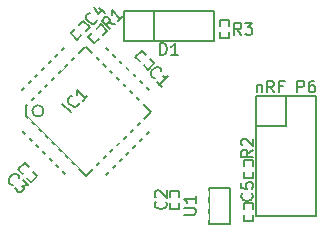
<source format=gto>
%FSLAX46Y46*%
G04 Gerber Fmt 4.6, Leading zero omitted, Abs format (unit mm)*
G04 Created by KiCad (PCBNEW (2014-10-27 BZR 5228)-product) date 1/26/2015 8:06:31 PM*
%MOMM*%
G01*
G04 APERTURE LIST*
%ADD10C,0.100000*%
%ADD11C,0.150000*%
%ADD12C,1.270000*%
%ADD13R,1.727200X1.727200*%
%ADD14O,1.727200X1.727200*%
%ADD15R,0.599440X0.398780*%
%ADD16R,0.762000X0.508000*%
G04 APERTURE END LIST*
D10*
D11*
X13970000Y-3048000D02*
X19050000Y-3048000D01*
X19050000Y-3048000D02*
X19050000Y-508000D01*
X19050000Y-508000D02*
X13970000Y-508000D01*
X11430000Y-508000D02*
X13970000Y-508000D01*
X13970000Y-508000D02*
X13970000Y-3048000D01*
X11430000Y-508000D02*
X11430000Y-3048000D01*
X11430000Y-3048000D02*
X13970000Y-3048000D01*
X22606000Y-10287000D02*
X22606000Y-17907000D01*
X22606000Y-17907000D02*
X27686000Y-17907000D01*
X27686000Y-17907000D02*
X27686000Y-7747000D01*
X27686000Y-7747000D02*
X25146000Y-7747000D01*
X22606000Y-7747000D02*
X22606000Y-10287000D01*
X25146000Y-7747000D02*
X25146000Y-10287000D01*
X25146000Y-10287000D02*
X22606000Y-10287000D01*
X22606000Y-7747000D02*
X25146000Y-7747000D01*
X13118197Y-5148013D02*
X13477408Y-5507223D01*
X13477408Y-5507223D02*
X14016223Y-4968408D01*
X14016223Y-4968408D02*
X13657013Y-4609197D01*
X12758987Y-4788803D02*
X12399777Y-4429592D01*
X12399777Y-4429592D02*
X12938592Y-3890777D01*
X12938592Y-3890777D02*
X13297803Y-4249987D01*
X15367000Y-16764000D02*
X15367000Y-17272000D01*
X15367000Y-17272000D02*
X16129000Y-17272000D01*
X16129000Y-17272000D02*
X16129000Y-16764000D01*
X15367000Y-16256000D02*
X15367000Y-15748000D01*
X15367000Y-15748000D02*
X16129000Y-15748000D01*
X16129000Y-15748000D02*
X16129000Y-16256000D01*
X3212197Y-14673013D02*
X3571408Y-15032223D01*
X3571408Y-15032223D02*
X4110223Y-14493408D01*
X4110223Y-14493408D02*
X3751013Y-14134197D01*
X2852987Y-14313803D02*
X2493777Y-13954592D01*
X2493777Y-13954592D02*
X3032592Y-13415777D01*
X3032592Y-13415777D02*
X3391803Y-13774987D01*
X7297987Y-2069197D02*
X6938777Y-2428408D01*
X6938777Y-2428408D02*
X7477592Y-2967223D01*
X7477592Y-2967223D02*
X7836803Y-2608013D01*
X7657197Y-1709987D02*
X8016408Y-1350777D01*
X8016408Y-1350777D02*
X8555223Y-1889592D01*
X8555223Y-1889592D02*
X8196013Y-2248803D01*
X21590000Y-17843500D02*
X21590000Y-18351500D01*
X21590000Y-18351500D02*
X22352000Y-18351500D01*
X22352000Y-18351500D02*
X22352000Y-17843500D01*
X21590000Y-17335500D02*
X21590000Y-16827500D01*
X21590000Y-16827500D02*
X22352000Y-16827500D01*
X22352000Y-16827500D02*
X22352000Y-17335500D01*
X13705377Y-7418514D02*
X12897154Y-8226737D01*
X9789986Y-3503123D02*
X8999723Y-4293385D01*
X13705377Y-7418514D02*
X9789986Y-3503123D01*
X12968996Y-9843184D02*
X13741298Y-10615486D01*
X9017684Y-13830417D02*
X9772025Y-14584759D01*
X9754065Y-14602719D02*
X13759259Y-10633446D01*
X2659662Y-7436475D02*
X6539133Y-3521083D01*
X3126636Y-9448052D02*
X8209461Y-14530877D01*
X6575054Y-3521083D02*
X7311435Y-4257464D01*
X3144596Y-8567987D02*
X8137618Y-3574965D01*
X13705377Y-9070882D02*
X8245382Y-3610886D01*
X8227421Y-14548838D02*
X13615575Y-9160684D01*
X2623741Y-10561604D02*
X6610975Y-14548838D01*
X6610975Y-14548838D02*
X7419198Y-13740615D01*
X3115859Y-9422908D02*
X3115859Y-8596724D01*
X2627333Y-10558012D02*
X3439148Y-9746197D01*
X3467885Y-8244698D02*
X2656070Y-7432883D01*
X4640407Y-9002632D02*
G75*
G03X4640407Y-9002632I-479246J0D01*
G01*
X8758487Y-2386697D02*
X8399277Y-2745908D01*
X8399277Y-2745908D02*
X8938092Y-3284723D01*
X8938092Y-3284723D02*
X9297303Y-2925513D01*
X9117697Y-2027487D02*
X9476908Y-1668277D01*
X9476908Y-1668277D02*
X10015723Y-2207092D01*
X10015723Y-2207092D02*
X9656513Y-2566303D01*
X21590000Y-14160500D02*
X21590000Y-14668500D01*
X21590000Y-14668500D02*
X22352000Y-14668500D01*
X22352000Y-14668500D02*
X22352000Y-14160500D01*
X21590000Y-13652500D02*
X21590000Y-13144500D01*
X21590000Y-13144500D02*
X22352000Y-13144500D01*
X22352000Y-13144500D02*
X22352000Y-13652500D01*
X20320000Y-1841500D02*
X20320000Y-1333500D01*
X20320000Y-1333500D02*
X19558000Y-1333500D01*
X19558000Y-1333500D02*
X19558000Y-1841500D01*
X20320000Y-2349500D02*
X20320000Y-2857500D01*
X20320000Y-2857500D02*
X19558000Y-2857500D01*
X19558000Y-2857500D02*
X19558000Y-2349500D01*
X20447000Y-18542000D02*
X18669000Y-18542000D01*
X18669000Y-18542000D02*
X18669000Y-15494000D01*
X18669000Y-15494000D02*
X20447000Y-15494000D01*
X20447000Y-15494000D02*
X20447000Y-18542000D01*
X14501905Y-4262381D02*
X14501905Y-3262381D01*
X14740000Y-3262381D01*
X14882858Y-3310000D01*
X14978096Y-3405238D01*
X15025715Y-3500476D01*
X15073334Y-3690952D01*
X15073334Y-3833810D01*
X15025715Y-4024286D01*
X14978096Y-4119524D01*
X14882858Y-4214762D01*
X14740000Y-4262381D01*
X14501905Y-4262381D01*
X16025715Y-4262381D02*
X15454286Y-4262381D01*
X15740000Y-4262381D02*
X15740000Y-3262381D01*
X15644762Y-3405238D01*
X15549524Y-3500476D01*
X15454286Y-3548095D01*
X26122405Y-7437381D02*
X26122405Y-6437381D01*
X26503358Y-6437381D01*
X26598596Y-6485000D01*
X26646215Y-6532619D01*
X26693834Y-6627857D01*
X26693834Y-6770714D01*
X26646215Y-6865952D01*
X26598596Y-6913571D01*
X26503358Y-6961190D01*
X26122405Y-6961190D01*
X27550977Y-6437381D02*
X27360500Y-6437381D01*
X27265262Y-6485000D01*
X27217643Y-6532619D01*
X27122405Y-6675476D01*
X27074786Y-6865952D01*
X27074786Y-7246905D01*
X27122405Y-7342143D01*
X27170024Y-7389762D01*
X27265262Y-7437381D01*
X27455739Y-7437381D01*
X27550977Y-7389762D01*
X27598596Y-7342143D01*
X27646215Y-7246905D01*
X27646215Y-7008810D01*
X27598596Y-6913571D01*
X27550977Y-6865952D01*
X27455739Y-6818333D01*
X27265262Y-6818333D01*
X27170024Y-6865952D01*
X27122405Y-6913571D01*
X27074786Y-7008810D01*
X22669643Y-6770714D02*
X22669643Y-7437381D01*
X22669643Y-6865952D02*
X22717262Y-6818333D01*
X22812500Y-6770714D01*
X22955358Y-6770714D01*
X23050596Y-6818333D01*
X23098215Y-6913571D01*
X23098215Y-7437381D01*
X24145834Y-7437381D02*
X23812500Y-6961190D01*
X23574405Y-7437381D02*
X23574405Y-6437381D01*
X23955358Y-6437381D01*
X24050596Y-6485000D01*
X24098215Y-6532619D01*
X24145834Y-6627857D01*
X24145834Y-6770714D01*
X24098215Y-6865952D01*
X24050596Y-6913571D01*
X23955358Y-6961190D01*
X23574405Y-6961190D01*
X24907739Y-6913571D02*
X24574405Y-6913571D01*
X24574405Y-7437381D02*
X24574405Y-6437381D01*
X25050596Y-6437381D01*
X14044111Y-6230688D02*
X13976768Y-6230688D01*
X13842081Y-6163344D01*
X13774737Y-6096001D01*
X13707393Y-5961313D01*
X13707393Y-5826626D01*
X13741065Y-5725611D01*
X13842080Y-5557253D01*
X13943096Y-5456237D01*
X14111455Y-5355222D01*
X14212470Y-5321550D01*
X14347157Y-5321550D01*
X14481844Y-5388894D01*
X14549188Y-5456237D01*
X14616531Y-5590924D01*
X14616531Y-5658268D01*
X14650203Y-6971466D02*
X14246141Y-6567405D01*
X14448172Y-6769435D02*
X15155278Y-6062328D01*
X14986920Y-6096000D01*
X14852233Y-6096000D01*
X14751218Y-6062328D01*
X14962143Y-16676666D02*
X15009762Y-16724285D01*
X15057381Y-16867142D01*
X15057381Y-16962380D01*
X15009762Y-17105238D01*
X14914524Y-17200476D01*
X14819286Y-17248095D01*
X14628810Y-17295714D01*
X14485952Y-17295714D01*
X14295476Y-17248095D01*
X14200238Y-17200476D01*
X14105000Y-17105238D01*
X14057381Y-16962380D01*
X14057381Y-16867142D01*
X14105000Y-16724285D01*
X14152619Y-16676666D01*
X14152619Y-16295714D02*
X14105000Y-16248095D01*
X14057381Y-16152857D01*
X14057381Y-15914761D01*
X14105000Y-15819523D01*
X14152619Y-15771904D01*
X14247857Y-15724285D01*
X14343095Y-15724285D01*
X14485952Y-15771904D01*
X15057381Y-16343333D01*
X15057381Y-15724285D01*
X2013643Y-15247378D02*
X1946300Y-15247378D01*
X1811613Y-15180034D01*
X1744269Y-15112691D01*
X1676925Y-14978003D01*
X1676925Y-14843316D01*
X1710597Y-14742301D01*
X1811612Y-14573943D01*
X1912628Y-14472927D01*
X2080987Y-14371912D01*
X2182002Y-14338240D01*
X2316689Y-14338240D01*
X2451376Y-14405584D01*
X2518720Y-14472927D01*
X2586063Y-14607614D01*
X2586063Y-14674958D01*
X2889108Y-14843316D02*
X3326842Y-15281049D01*
X2821765Y-15314720D01*
X2922781Y-15415736D01*
X2956453Y-15516751D01*
X2956453Y-15584095D01*
X2922780Y-15685111D01*
X2754422Y-15853469D01*
X2653406Y-15887141D01*
X2586063Y-15887141D01*
X2485048Y-15853469D01*
X2283017Y-15651438D01*
X2249345Y-15550423D01*
X2249345Y-15483080D01*
X9138924Y-1272153D02*
X9138924Y-1339496D01*
X9071580Y-1474183D01*
X9004237Y-1541527D01*
X8869549Y-1608871D01*
X8734862Y-1608871D01*
X8633847Y-1575199D01*
X8465489Y-1474184D01*
X8364473Y-1373168D01*
X8263458Y-1204809D01*
X8229786Y-1103794D01*
X8229786Y-969107D01*
X8297130Y-834420D01*
X8364473Y-767076D01*
X8499160Y-699733D01*
X8566504Y-699733D01*
X9340954Y-262000D02*
X9812359Y-733405D01*
X8903221Y-160986D02*
X9239939Y-834421D01*
X9677672Y-396688D01*
X22264643Y-15978166D02*
X22312262Y-16025785D01*
X22359881Y-16168642D01*
X22359881Y-16263880D01*
X22312262Y-16406738D01*
X22217024Y-16501976D01*
X22121786Y-16549595D01*
X21931310Y-16597214D01*
X21788452Y-16597214D01*
X21597976Y-16549595D01*
X21502738Y-16501976D01*
X21407500Y-16406738D01*
X21359881Y-16263880D01*
X21359881Y-16168642D01*
X21407500Y-16025785D01*
X21455119Y-15978166D01*
X21359881Y-15073404D02*
X21359881Y-15549595D01*
X21836071Y-15597214D01*
X21788452Y-15549595D01*
X21740833Y-15454357D01*
X21740833Y-15216261D01*
X21788452Y-15121023D01*
X21836071Y-15073404D01*
X21931310Y-15025785D01*
X22169405Y-15025785D01*
X22264643Y-15073404D01*
X22312262Y-15121023D01*
X22359881Y-15216261D01*
X22359881Y-15454357D01*
X22312262Y-15549595D01*
X22264643Y-15597214D01*
X6923085Y-9129126D02*
X6215978Y-8422019D01*
X7596520Y-8321004D02*
X7596520Y-8388348D01*
X7529177Y-8523035D01*
X7461833Y-8590378D01*
X7327146Y-8657722D01*
X7192459Y-8657722D01*
X7091444Y-8624050D01*
X6923085Y-8523035D01*
X6822069Y-8422019D01*
X6721054Y-8253661D01*
X6687382Y-8152646D01*
X6687382Y-8017959D01*
X6754727Y-7883271D01*
X6822070Y-7815928D01*
X6956757Y-7748584D01*
X7024100Y-7748584D01*
X8337299Y-7714913D02*
X7933237Y-8118974D01*
X8135268Y-7916944D02*
X7428161Y-7209837D01*
X7461833Y-7378196D01*
X7461833Y-7512882D01*
X7428161Y-7613898D01*
X10666767Y-1656996D02*
X10094346Y-1555981D01*
X10262706Y-2061058D02*
X9555599Y-1353951D01*
X9824973Y-1084576D01*
X9925989Y-1050905D01*
X9993332Y-1050905D01*
X10094347Y-1084576D01*
X10195362Y-1185592D01*
X10229034Y-1286607D01*
X10229034Y-1353950D01*
X10195362Y-1454965D01*
X9925988Y-1724340D01*
X11340202Y-983561D02*
X10936141Y-1387623D01*
X11138171Y-1185592D02*
X10431064Y-478486D01*
X10464736Y-646844D01*
X10464736Y-781531D01*
X10431064Y-882546D01*
X22359881Y-12295166D02*
X21883690Y-12628500D01*
X22359881Y-12866595D02*
X21359881Y-12866595D01*
X21359881Y-12485642D01*
X21407500Y-12390404D01*
X21455119Y-12342785D01*
X21550357Y-12295166D01*
X21693214Y-12295166D01*
X21788452Y-12342785D01*
X21836071Y-12390404D01*
X21883690Y-12485642D01*
X21883690Y-12866595D01*
X21455119Y-11914214D02*
X21407500Y-11866595D01*
X21359881Y-11771357D01*
X21359881Y-11533261D01*
X21407500Y-11438023D01*
X21455119Y-11390404D01*
X21550357Y-11342785D01*
X21645595Y-11342785D01*
X21788452Y-11390404D01*
X22359881Y-11961833D01*
X22359881Y-11342785D01*
X21359834Y-2547881D02*
X21026500Y-2071690D01*
X20788405Y-2547881D02*
X20788405Y-1547881D01*
X21169358Y-1547881D01*
X21264596Y-1595500D01*
X21312215Y-1643119D01*
X21359834Y-1738357D01*
X21359834Y-1881214D01*
X21312215Y-1976452D01*
X21264596Y-2024071D01*
X21169358Y-2071690D01*
X20788405Y-2071690D01*
X21693167Y-1547881D02*
X22312215Y-1547881D01*
X21978881Y-1928833D01*
X22121739Y-1928833D01*
X22216977Y-1976452D01*
X22264596Y-2024071D01*
X22312215Y-2119310D01*
X22312215Y-2357405D01*
X22264596Y-2452643D01*
X22216977Y-2500262D01*
X22121739Y-2547881D01*
X21836024Y-2547881D01*
X21740786Y-2500262D01*
X21693167Y-2452643D01*
X16533881Y-17779905D02*
X17343405Y-17779905D01*
X17438643Y-17732286D01*
X17486262Y-17684667D01*
X17533881Y-17589429D01*
X17533881Y-17398952D01*
X17486262Y-17303714D01*
X17438643Y-17256095D01*
X17343405Y-17208476D01*
X16533881Y-17208476D01*
X17533881Y-16208476D02*
X17533881Y-16779905D01*
X17533881Y-16494191D02*
X16533881Y-16494191D01*
X16676738Y-16589429D01*
X16771976Y-16684667D01*
X16819595Y-16779905D01*
%LPC*%
D12*
X12954000Y-15557500D03*
D13*
X12700000Y-1778000D03*
D14*
X15240000Y-1778000D03*
X17780000Y-1778000D03*
D13*
X23876000Y-9017000D03*
D14*
X26416000Y-9017000D03*
X23876000Y-11557000D03*
X26416000Y-11557000D03*
X23876000Y-14097000D03*
X26416000Y-14097000D03*
X23876000Y-16637000D03*
X26416000Y-16637000D03*
D12*
X1524000Y-8890000D03*
X1524000Y-5080000D03*
X6604000Y-1524000D03*
X1778000Y-13462000D03*
D10*
G36*
X13878825Y-4945957D02*
X13454957Y-5369825D01*
X13172977Y-5087845D01*
X13596845Y-4663977D01*
X13878825Y-4945957D01*
X13878825Y-4945957D01*
G37*
G36*
X13243023Y-4310155D02*
X12819155Y-4734023D01*
X12537175Y-4452043D01*
X12961043Y-4028175D01*
X13243023Y-4310155D01*
X13243023Y-4310155D01*
G37*
D15*
X15748000Y-16959580D03*
X15748000Y-16060420D03*
D10*
G36*
X3972825Y-14470957D02*
X3548957Y-14894825D01*
X3266977Y-14612845D01*
X3690845Y-14188977D01*
X3972825Y-14470957D01*
X3972825Y-14470957D01*
G37*
G36*
X3337023Y-13835155D02*
X2913155Y-14259023D01*
X2631175Y-13977043D01*
X3055043Y-13553175D01*
X3337023Y-13835155D01*
X3337023Y-13835155D01*
G37*
G36*
X7500043Y-2829825D02*
X7076175Y-2405957D01*
X7358155Y-2123977D01*
X7782023Y-2547845D01*
X7500043Y-2829825D01*
X7500043Y-2829825D01*
G37*
G36*
X8135845Y-2194023D02*
X7711977Y-1770155D01*
X7993957Y-1488175D01*
X8417825Y-1912043D01*
X8135845Y-2194023D01*
X8135845Y-2194023D01*
G37*
D15*
X21971000Y-18039080D03*
X21971000Y-17139920D03*
D10*
G36*
X6201475Y-15251094D02*
X5883574Y-14933193D01*
X7297067Y-13519700D01*
X7614968Y-13837601D01*
X6201475Y-15251094D01*
X6201475Y-15251094D01*
G37*
G36*
X5635719Y-14685338D02*
X5317818Y-14367437D01*
X6731311Y-12953944D01*
X7049212Y-13271845D01*
X5635719Y-14685338D01*
X5635719Y-14685338D01*
G37*
G36*
X5069963Y-14119582D02*
X4752062Y-13801681D01*
X6165555Y-12388188D01*
X6483456Y-12706089D01*
X5069963Y-14119582D01*
X5069963Y-14119582D01*
G37*
G36*
X4504206Y-13553826D02*
X4186305Y-13235925D01*
X5599798Y-11822432D01*
X5917699Y-12140333D01*
X4504206Y-13553826D01*
X4504206Y-13553826D01*
G37*
G36*
X3938450Y-12988070D02*
X3620549Y-12670169D01*
X5034042Y-11256676D01*
X5351943Y-11574577D01*
X3938450Y-12988070D01*
X3938450Y-12988070D01*
G37*
G36*
X3372694Y-12422313D02*
X3054793Y-12104412D01*
X4468286Y-10690919D01*
X4786187Y-11008820D01*
X3372694Y-12422313D01*
X3372694Y-12422313D01*
G37*
G36*
X2806938Y-11856557D02*
X2489037Y-11538656D01*
X3902530Y-10125163D01*
X4220431Y-10443064D01*
X2806938Y-11856557D01*
X2806938Y-11856557D01*
G37*
G36*
X2241182Y-11290801D02*
X1923281Y-10972900D01*
X3336774Y-9559407D01*
X3654675Y-9877308D01*
X2241182Y-11290801D01*
X2241182Y-11290801D01*
G37*
G36*
X9008703Y-4530464D02*
X8690802Y-4212563D01*
X10104295Y-2799070D01*
X10422196Y-3116971D01*
X9008703Y-4530464D01*
X9008703Y-4530464D01*
G37*
G36*
X12977976Y-8499738D02*
X12660075Y-8181837D01*
X14073568Y-6768344D01*
X14391469Y-7086245D01*
X12977976Y-8499738D01*
X12977976Y-8499738D01*
G37*
G36*
X12403240Y-7925001D02*
X12085339Y-7607100D01*
X13498832Y-6193607D01*
X13816733Y-6511508D01*
X12403240Y-7925001D01*
X12403240Y-7925001D01*
G37*
G36*
X11828503Y-7350265D02*
X11510602Y-7032364D01*
X12924095Y-5618871D01*
X13241996Y-5936772D01*
X11828503Y-7350265D01*
X11828503Y-7350265D01*
G37*
G36*
X11271727Y-6793489D02*
X10953826Y-6475588D01*
X12367319Y-5062095D01*
X12685220Y-5379996D01*
X11271727Y-6793489D01*
X11271727Y-6793489D01*
G37*
G36*
X10696991Y-6218753D02*
X10379090Y-5900852D01*
X11792583Y-4487359D01*
X12110484Y-4805260D01*
X10696991Y-6218753D01*
X10696991Y-6218753D01*
G37*
G36*
X10140215Y-5661977D02*
X9822314Y-5344076D01*
X11235807Y-3930583D01*
X11553708Y-4248484D01*
X10140215Y-5661977D01*
X10140215Y-5661977D01*
G37*
G36*
X9565479Y-5087240D02*
X9247578Y-4769339D01*
X10661071Y-3355846D01*
X10978972Y-3673747D01*
X9565479Y-5087240D01*
X9565479Y-5087240D01*
G37*
G36*
X3329590Y-8467409D02*
X1916097Y-7053916D01*
X2233998Y-6736015D01*
X3647491Y-8149508D01*
X3329590Y-8467409D01*
X3329590Y-8467409D01*
G37*
G36*
X3893550Y-7903449D02*
X2480057Y-6489956D01*
X2797958Y-6172055D01*
X4211451Y-7585548D01*
X3893550Y-7903449D01*
X3893550Y-7903449D01*
G37*
G36*
X4461102Y-7335896D02*
X3047609Y-5922403D01*
X3365510Y-5604502D01*
X4779003Y-7017995D01*
X4461102Y-7335896D01*
X4461102Y-7335896D01*
G37*
G36*
X5025062Y-6771936D02*
X3611569Y-5358443D01*
X3929470Y-5040542D01*
X5342963Y-6454035D01*
X5025062Y-6771936D01*
X5025062Y-6771936D01*
G37*
G36*
X5592614Y-6204384D02*
X4179121Y-4790891D01*
X4497022Y-4472990D01*
X5910515Y-5886483D01*
X5592614Y-6204384D01*
X5592614Y-6204384D01*
G37*
G36*
X6156574Y-5640424D02*
X4743081Y-4226931D01*
X5060982Y-3909030D01*
X6474475Y-5322523D01*
X6156574Y-5640424D01*
X6156574Y-5640424D01*
G37*
G36*
X6724127Y-5072872D02*
X5310634Y-3659379D01*
X5628535Y-3341478D01*
X7042028Y-4754971D01*
X6724127Y-5072872D01*
X6724127Y-5072872D01*
G37*
G36*
X7288087Y-4508912D02*
X5874594Y-3095419D01*
X6192495Y-2777518D01*
X7605988Y-4191011D01*
X7288087Y-4508912D01*
X7288087Y-4508912D01*
G37*
G36*
X10122255Y-15252890D02*
X8708762Y-13839397D01*
X9026663Y-13521496D01*
X10440156Y-14934989D01*
X10122255Y-15252890D01*
X10122255Y-15252890D01*
G37*
G36*
X10679031Y-14696114D02*
X9265538Y-13282621D01*
X9583439Y-12964720D01*
X10996932Y-14378213D01*
X10679031Y-14696114D01*
X10679031Y-14696114D01*
G37*
G36*
X11253768Y-14121378D02*
X9840275Y-12707885D01*
X10158176Y-12389984D01*
X11571669Y-13803477D01*
X11253768Y-14121378D01*
X11253768Y-14121378D01*
G37*
G36*
X11810544Y-13564602D02*
X10397051Y-12151109D01*
X10714952Y-11833208D01*
X12128445Y-13246701D01*
X11810544Y-13564602D01*
X11810544Y-13564602D01*
G37*
G36*
X12367319Y-13007826D02*
X10953826Y-11594333D01*
X11271727Y-11276432D01*
X12685220Y-12689925D01*
X12367319Y-13007826D01*
X12367319Y-13007826D01*
G37*
G36*
X12942056Y-12433090D02*
X11528563Y-11019597D01*
X11846464Y-10701696D01*
X13259957Y-12115189D01*
X12942056Y-12433090D01*
X12942056Y-12433090D01*
G37*
G36*
X13516792Y-11858353D02*
X12103299Y-10444860D01*
X12421200Y-10126959D01*
X13834693Y-11540452D01*
X13516792Y-11858353D01*
X13516792Y-11858353D01*
G37*
G36*
X14091529Y-11283617D02*
X12678036Y-9870124D01*
X12995937Y-9552223D01*
X14409430Y-10965716D01*
X14091529Y-11283617D01*
X14091529Y-11283617D01*
G37*
D13*
X17145000Y-14097000D03*
D14*
X19685000Y-14097000D03*
X17145000Y-11557000D03*
X19685000Y-11557000D03*
X17145000Y-9017000D03*
X19685000Y-9017000D03*
D12*
X4064000Y-1524000D03*
X1524000Y-1524000D03*
D10*
G36*
X8960543Y-3147325D02*
X8536675Y-2723457D01*
X8818655Y-2441477D01*
X9242523Y-2865345D01*
X8960543Y-3147325D01*
X8960543Y-3147325D01*
G37*
G36*
X9596345Y-2511523D02*
X9172477Y-2087655D01*
X9454457Y-1805675D01*
X9878325Y-2229543D01*
X9596345Y-2511523D01*
X9596345Y-2511523D01*
G37*
D15*
X21971000Y-14356080D03*
X21971000Y-13456920D03*
X19939000Y-1645920D03*
X19939000Y-2545080D03*
D16*
X18288000Y-16065500D03*
X18288000Y-17970500D03*
X20828000Y-16065500D03*
X18288000Y-17018000D03*
X20828000Y-17970500D03*
M02*

</source>
